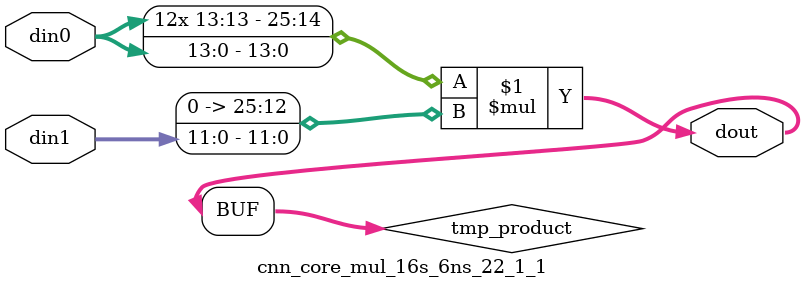
<source format=v>

`timescale 1 ns / 1 ps

  module cnn_core_mul_16s_6ns_22_1_1(din0, din1, dout);
parameter ID = 1;
parameter NUM_STAGE = 0;
parameter din0_WIDTH = 14;
parameter din1_WIDTH = 12;
parameter dout_WIDTH = 26;

input [din0_WIDTH - 1 : 0] din0; 
input [din1_WIDTH - 1 : 0] din1; 
output [dout_WIDTH - 1 : 0] dout;

wire signed [dout_WIDTH - 1 : 0] tmp_product;












assign tmp_product = $signed(din0) * $signed({1'b0, din1});









assign dout = tmp_product;







endmodule

</source>
